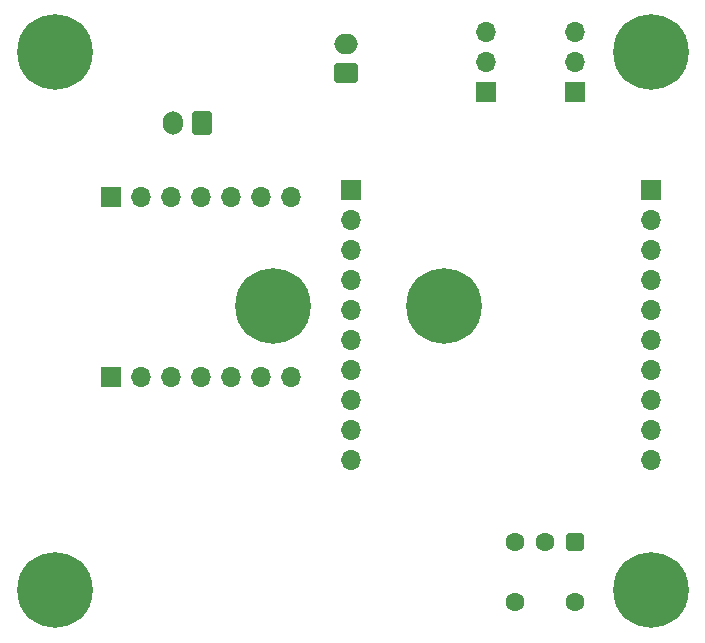
<source format=gbr>
%TF.GenerationSoftware,KiCad,Pcbnew,(6.0.8)*%
%TF.CreationDate,2022-10-07T14:48:36+09:00*%
%TF.ProjectId,Transmitter,5472616e-736d-4697-9474-65722e6b6963,rev?*%
%TF.SameCoordinates,Original*%
%TF.FileFunction,Soldermask,Top*%
%TF.FilePolarity,Negative*%
%FSLAX46Y46*%
G04 Gerber Fmt 4.6, Leading zero omitted, Abs format (unit mm)*
G04 Created by KiCad (PCBNEW (6.0.8)) date 2022-10-07 14:48:36*
%MOMM*%
%LPD*%
G01*
G04 APERTURE LIST*
G04 Aperture macros list*
%AMRoundRect*
0 Rectangle with rounded corners*
0 $1 Rounding radius*
0 $2 $3 $4 $5 $6 $7 $8 $9 X,Y pos of 4 corners*
0 Add a 4 corners polygon primitive as box body*
4,1,4,$2,$3,$4,$5,$6,$7,$8,$9,$2,$3,0*
0 Add four circle primitives for the rounded corners*
1,1,$1+$1,$2,$3*
1,1,$1+$1,$4,$5*
1,1,$1+$1,$6,$7*
1,1,$1+$1,$8,$9*
0 Add four rect primitives between the rounded corners*
20,1,$1+$1,$2,$3,$4,$5,0*
20,1,$1+$1,$4,$5,$6,$7,0*
20,1,$1+$1,$6,$7,$8,$9,0*
20,1,$1+$1,$8,$9,$2,$3,0*%
G04 Aperture macros list end*
%ADD10R,1.700000X1.700000*%
%ADD11O,1.700000X1.700000*%
%ADD12RoundRect,0.250000X0.600000X0.750000X-0.600000X0.750000X-0.600000X-0.750000X0.600000X-0.750000X0*%
%ADD13O,1.700000X2.000000*%
%ADD14C,0.800000*%
%ADD15C,6.400000*%
%ADD16C,1.600000*%
%ADD17RoundRect,0.400000X0.400000X-0.400000X0.400000X0.400000X-0.400000X0.400000X-0.400000X-0.400000X0*%
%ADD18RoundRect,0.250000X0.750000X-0.600000X0.750000X0.600000X-0.750000X0.600000X-0.750000X-0.600000X0*%
%ADD19O,2.000000X1.700000*%
G04 APERTURE END LIST*
D10*
%TO.C,J4*%
X171475000Y-85120000D03*
D11*
X171475000Y-87660000D03*
X171475000Y-90200000D03*
X171475000Y-92740000D03*
X171475000Y-95280000D03*
X171475000Y-97820000D03*
X171475000Y-100360000D03*
X171475000Y-102900000D03*
X171475000Y-105440000D03*
X171475000Y-107980000D03*
%TD*%
D10*
%TO.C,J3*%
X146075000Y-85120000D03*
D11*
X146075000Y-87660000D03*
X146075000Y-90200000D03*
X146075000Y-92740000D03*
X146075000Y-95280000D03*
X146075000Y-97820000D03*
X146075000Y-100360000D03*
X146075000Y-102900000D03*
X146075000Y-105440000D03*
X146075000Y-107980000D03*
%TD*%
D10*
%TO.C,J1*%
X125750000Y-100965000D03*
D11*
X128290000Y-100965000D03*
X130830000Y-100965000D03*
X133370000Y-100965000D03*
X135910000Y-100965000D03*
X138450000Y-100965000D03*
X140990000Y-100965000D03*
%TD*%
D12*
%TO.C,ESS*%
X133500000Y-79450000D03*
D13*
X131000000Y-79450000D03*
%TD*%
D10*
%TO.C,J8*%
X165100000Y-76835000D03*
D11*
X165100000Y-74295000D03*
X165100000Y-71755000D03*
%TD*%
D10*
%TO.C,J2*%
X125750000Y-85725000D03*
D11*
X128290000Y-85725000D03*
X130830000Y-85725000D03*
X133370000Y-85725000D03*
X135910000Y-85725000D03*
X138450000Y-85725000D03*
X140990000Y-85725000D03*
%TD*%
D14*
%TO.C,REF\u002A\u002A*%
X119302944Y-117302944D03*
X118600000Y-119000000D03*
D15*
X121000000Y-119000000D03*
D14*
X119302944Y-120697056D03*
X122697056Y-117302944D03*
X121000000Y-116600000D03*
X122697056Y-120697056D03*
X121000000Y-121400000D03*
X123400000Y-119000000D03*
%TD*%
%TO.C,REF\u002A\u002A*%
X169802944Y-117302944D03*
X171500000Y-116600000D03*
X173197056Y-120697056D03*
X171500000Y-121400000D03*
X169802944Y-120697056D03*
X169100000Y-119000000D03*
X173900000Y-119000000D03*
D15*
X171500000Y-119000000D03*
D14*
X173197056Y-117302944D03*
%TD*%
D10*
%TO.C,J7*%
X157495000Y-76835000D03*
D11*
X157495000Y-74295000D03*
X157495000Y-71755000D03*
%TD*%
D16*
%TO.C,SW1*%
X165100000Y-119990000D03*
X160020000Y-119990000D03*
D17*
X165100000Y-114910000D03*
D16*
X162560000Y-114910000D03*
X160020000Y-114910000D03*
%TD*%
D15*
%TO.C,REF\u002A\u002A*%
X121000000Y-73500000D03*
D14*
X122697056Y-71802944D03*
X121000000Y-75900000D03*
X118600000Y-73500000D03*
X119302944Y-75197056D03*
X121000000Y-71100000D03*
X122697056Y-75197056D03*
X119302944Y-71802944D03*
X123400000Y-73500000D03*
%TD*%
%TO.C,REF\u002A\u002A*%
X137100000Y-95000000D03*
X137802944Y-96697056D03*
D15*
X139500000Y-95000000D03*
D14*
X141197056Y-93302944D03*
X141900000Y-95000000D03*
X139500000Y-97400000D03*
X141197056Y-96697056D03*
X139500000Y-92600000D03*
X137802944Y-93302944D03*
%TD*%
%TO.C,REF\u002A\u002A*%
X152302944Y-93302944D03*
X154000000Y-92600000D03*
X155697056Y-96697056D03*
X156400000Y-95000000D03*
X151600000Y-95000000D03*
X152302944Y-96697056D03*
X154000000Y-97400000D03*
X155697056Y-93302944D03*
D15*
X154000000Y-95000000D03*
%TD*%
D14*
%TO.C,REF\u002A\u002A*%
X173197056Y-71802944D03*
X169802944Y-75197056D03*
X169802944Y-71802944D03*
X169100000Y-73500000D03*
D15*
X171500000Y-73500000D03*
D14*
X171500000Y-71100000D03*
X173900000Y-73500000D03*
X173197056Y-75197056D03*
X171500000Y-75900000D03*
%TD*%
D18*
%TO.C,J5*%
X145690000Y-75250000D03*
D19*
X145690000Y-72750000D03*
%TD*%
M02*

</source>
